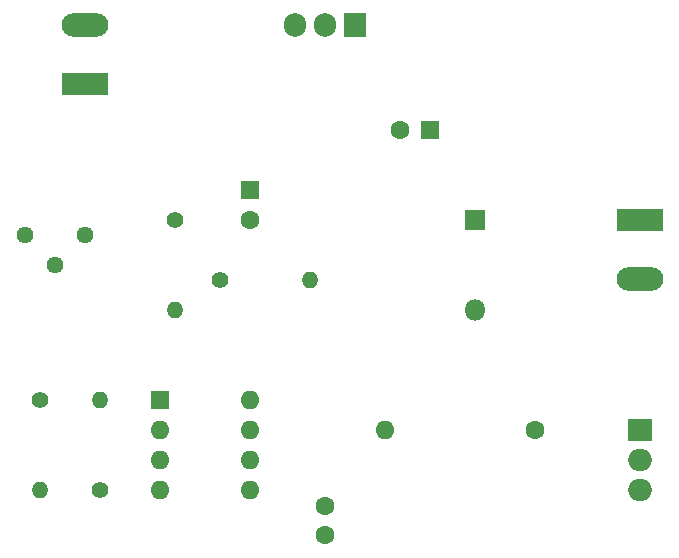
<source format=gbr>
%TF.GenerationSoftware,KiCad,Pcbnew,(5.1.6)-1*%
%TF.CreationDate,2021-02-01T23:58:10+01:00*%
%TF.ProjectId,TEST,54455354-2e6b-4696-9361-645f70636258,rev?*%
%TF.SameCoordinates,Original*%
%TF.FileFunction,Copper,L1,Top*%
%TF.FilePolarity,Positive*%
%FSLAX46Y46*%
G04 Gerber Fmt 4.6, Leading zero omitted, Abs format (unit mm)*
G04 Created by KiCad (PCBNEW (5.1.6)-1) date 2021-02-01 23:58:10*
%MOMM*%
%LPD*%
G01*
G04 APERTURE LIST*
%TA.AperFunction,ComponentPad*%
%ADD10C,1.440000*%
%TD*%
%TA.AperFunction,ComponentPad*%
%ADD11R,1.600000X1.600000*%
%TD*%
%TA.AperFunction,ComponentPad*%
%ADD12C,1.600000*%
%TD*%
%TA.AperFunction,ComponentPad*%
%ADD13R,1.800000X1.800000*%
%TD*%
%TA.AperFunction,ComponentPad*%
%ADD14O,1.800000X1.800000*%
%TD*%
%TA.AperFunction,ComponentPad*%
%ADD15R,3.960000X1.980000*%
%TD*%
%TA.AperFunction,ComponentPad*%
%ADD16O,3.960000X1.980000*%
%TD*%
%TA.AperFunction,ComponentPad*%
%ADD17O,2.000000X1.905000*%
%TD*%
%TA.AperFunction,ComponentPad*%
%ADD18R,2.000000X1.905000*%
%TD*%
%TA.AperFunction,ComponentPad*%
%ADD19O,1.400000X1.400000*%
%TD*%
%TA.AperFunction,ComponentPad*%
%ADD20C,1.400000*%
%TD*%
%TA.AperFunction,ComponentPad*%
%ADD21O,1.600000X1.600000*%
%TD*%
%TA.AperFunction,ComponentPad*%
%ADD22R,1.905000X2.000000*%
%TD*%
%TA.AperFunction,ComponentPad*%
%ADD23O,1.905000X2.000000*%
%TD*%
G04 APERTURE END LIST*
D10*
%TO.P,RV1,3*%
%TO.N,GND*%
X101600000Y-83820000D03*
%TO.P,RV1,2*%
%TO.N,Net-(RV1-Pad2)*%
X104140000Y-86360000D03*
%TO.P,RV1,1*%
%TO.N,+5C*%
X106680000Y-83820000D03*
%TD*%
D11*
%TO.P,C1,1*%
%TO.N,+12C*%
X135890000Y-74930000D03*
D12*
%TO.P,C1,2*%
%TO.N,GND*%
X133390000Y-74930000D03*
%TD*%
%TO.P,C2,1*%
%TO.N,Net-(C2-Pad1)*%
X127000000Y-109220000D03*
%TO.P,C2,2*%
%TO.N,GND*%
X127000000Y-106720000D03*
%TD*%
%TO.P,C3,2*%
%TO.N,GND*%
X120650000Y-82510000D03*
D11*
%TO.P,C3,1*%
%TO.N,+5C*%
X120650000Y-80010000D03*
%TD*%
D13*
%TO.P,D1,1*%
%TO.N,+12C*%
X139700000Y-82550000D03*
D14*
%TO.P,D1,2*%
%TO.N,Net-(D1-Pad2)*%
X139700000Y-90170000D03*
%TD*%
D15*
%TO.P,J1,1*%
%TO.N,GND*%
X106680000Y-71040000D03*
D16*
%TO.P,J1,2*%
%TO.N,+12C*%
X106680000Y-66040000D03*
%TD*%
%TO.P,J2,2*%
%TO.N,Net-(D1-Pad2)*%
X153670000Y-87550000D03*
D15*
%TO.P,J2,1*%
%TO.N,+12C*%
X153670000Y-82550000D03*
%TD*%
D17*
%TO.P,Q1,3*%
%TO.N,GND*%
X153670000Y-105410000D03*
%TO.P,Q1,2*%
%TO.N,Net-(D1-Pad2)*%
X153670000Y-102870000D03*
D18*
%TO.P,Q1,1*%
%TO.N,Net-(Q1-Pad1)*%
X153670000Y-100330000D03*
%TD*%
D19*
%TO.P,R1,2*%
%TO.N,Net-(R1-Pad2)*%
X114300000Y-90170000D03*
D20*
%TO.P,R1,1*%
%TO.N,+5C*%
X114300000Y-82550000D03*
%TD*%
%TO.P,R2,1*%
%TO.N,Net-(R1-Pad2)*%
X118110000Y-87630000D03*
D19*
%TO.P,R2,2*%
%TO.N,GND*%
X125730000Y-87630000D03*
%TD*%
D20*
%TO.P,R3,1*%
%TO.N,Net-(R1-Pad2)*%
X107950000Y-105410000D03*
D19*
%TO.P,R3,2*%
%TO.N,Net-(R3-Pad2)*%
X107950000Y-97790000D03*
%TD*%
%TO.P,R4,2*%
%TO.N,Net-(C2-Pad1)*%
X102870000Y-105410000D03*
D20*
%TO.P,R4,1*%
%TO.N,Net-(R3-Pad2)*%
X102870000Y-97790000D03*
%TD*%
D12*
%TO.P,R5,1*%
%TO.N,Net-(Q1-Pad1)*%
X144780000Y-100330000D03*
D21*
%TO.P,R5,2*%
%TO.N,Net-(R5-Pad2)*%
X132080000Y-100330000D03*
%TD*%
D22*
%TO.P,U1,1*%
%TO.N,+12C*%
X129540000Y-66040000D03*
D23*
%TO.P,U1,2*%
%TO.N,GND*%
X127000000Y-66040000D03*
%TO.P,U1,3*%
%TO.N,+5C*%
X124460000Y-66040000D03*
%TD*%
D11*
%TO.P,U2,1*%
%TO.N,Net-(R3-Pad2)*%
X113030000Y-97790000D03*
D21*
%TO.P,U2,5*%
%TO.N,Net-(C2-Pad1)*%
X120650000Y-105410000D03*
%TO.P,U2,2*%
X113030000Y-100330000D03*
%TO.P,U2,6*%
%TO.N,Net-(RV1-Pad2)*%
X120650000Y-102870000D03*
%TO.P,U2,3*%
%TO.N,Net-(R1-Pad2)*%
X113030000Y-102870000D03*
%TO.P,U2,7*%
%TO.N,Net-(R5-Pad2)*%
X120650000Y-100330000D03*
%TO.P,U2,4*%
%TO.N,N/C*%
X113030000Y-105410000D03*
%TO.P,U2,8*%
X120650000Y-97790000D03*
%TD*%
M02*

</source>
